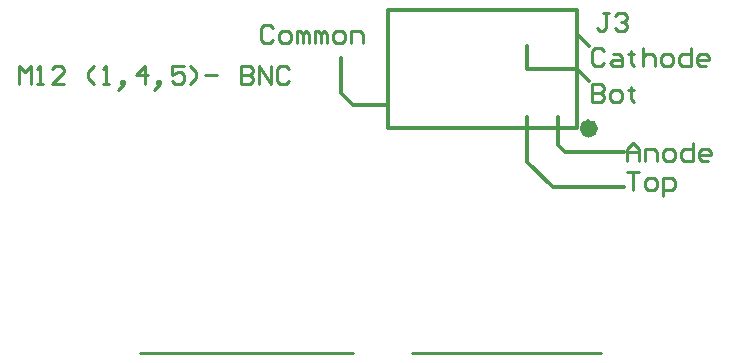
<source format=gto>
G04*
G04 #@! TF.GenerationSoftware,Altium Limited,Altium Designer,25.8.1 (18)*
G04*
G04 Layer_Color=65535*
%FSLAX44Y44*%
%MOMM*%
G71*
G04*
G04 #@! TF.SameCoordinates,C19CE461-91EB-44EE-881C-4A3BDBF79EA7*
G04*
G04*
G04 #@! TF.FilePolarity,Positive*
G04*
G01*
G75*
%ADD10C,0.8000*%
%ADD11C,0.2540*%
%ADD12C,0.3000*%
D10*
X494000Y190000D02*
G03*
X494000Y190000I-4000J0D01*
G01*
D11*
X340000Y0D02*
X500000D01*
X110000D02*
X290000D01*
X222697Y275236D02*
X220158Y277775D01*
X215079D01*
X212540Y275236D01*
Y265079D01*
X215079Y262540D01*
X220158D01*
X222697Y265079D01*
X230314Y262540D02*
X235393D01*
X237932Y265079D01*
Y270158D01*
X235393Y272697D01*
X230314D01*
X227775Y270158D01*
Y265079D01*
X230314Y262540D01*
X243010D02*
Y272697D01*
X245549D01*
X248088Y270158D01*
Y262540D01*
Y270158D01*
X250628Y272697D01*
X253167Y270158D01*
Y262540D01*
X258245D02*
Y272697D01*
X260784D01*
X263324Y270158D01*
Y262540D01*
Y270158D01*
X265863Y272697D01*
X268402Y270158D01*
Y262540D01*
X276019D02*
X281098D01*
X283637Y265079D01*
Y270158D01*
X281098Y272697D01*
X276019D01*
X273480Y270158D01*
Y265079D01*
X276019Y262540D01*
X288715D02*
Y272697D01*
X296333D01*
X298872Y270158D01*
Y262540D01*
X522540Y162540D02*
Y172697D01*
X527618Y177775D01*
X532697Y172697D01*
Y162540D01*
Y170158D01*
X522540D01*
X537775Y162540D02*
Y172697D01*
X545393D01*
X547932Y170158D01*
Y162540D01*
X555549D02*
X560628D01*
X563167Y165079D01*
Y170158D01*
X560628Y172697D01*
X555549D01*
X553010Y170158D01*
Y165079D01*
X555549Y162540D01*
X578402Y177775D02*
Y162540D01*
X570784D01*
X568245Y165079D01*
Y170158D01*
X570784Y172697D01*
X578402D01*
X591098Y162540D02*
X586020D01*
X583480Y165079D01*
Y170158D01*
X586020Y172697D01*
X591098D01*
X593637Y170158D01*
Y167618D01*
X583480D01*
X492540Y227775D02*
Y212540D01*
X500158D01*
X502697Y215079D01*
Y217618D01*
X500158Y220158D01*
X492540D01*
X500158D01*
X502697Y222697D01*
Y225236D01*
X500158Y227775D01*
X492540D01*
X510314Y212540D02*
X515393D01*
X517932Y215079D01*
Y220158D01*
X515393Y222697D01*
X510314D01*
X507775Y220158D01*
Y215079D01*
X510314Y212540D01*
X525549Y225236D02*
Y222697D01*
X523010D01*
X528088D01*
X525549D01*
Y215079D01*
X528088Y212540D01*
X502697Y255236D02*
X500158Y257775D01*
X495079D01*
X492540Y255236D01*
Y245079D01*
X495079Y242540D01*
X500158D01*
X502697Y245079D01*
X510314Y252697D02*
X515393D01*
X517932Y250158D01*
Y242540D01*
X510314D01*
X507775Y245079D01*
X510314Y247618D01*
X517932D01*
X525549Y255236D02*
Y252697D01*
X523010D01*
X528088D01*
X525549D01*
Y245079D01*
X528088Y242540D01*
X535706Y257775D02*
Y242540D01*
Y250158D01*
X538245Y252697D01*
X543324D01*
X545863Y250158D01*
Y242540D01*
X553480D02*
X558559D01*
X561098Y245079D01*
Y250158D01*
X558559Y252697D01*
X553480D01*
X550941Y250158D01*
Y245079D01*
X553480Y242540D01*
X576333Y257775D02*
Y242540D01*
X568715D01*
X566176Y245079D01*
Y250158D01*
X568715Y252697D01*
X576333D01*
X589029Y242540D02*
X583950D01*
X581411Y245079D01*
Y250158D01*
X583950Y252697D01*
X589029D01*
X591568Y250158D01*
Y247618D01*
X581411D01*
X522540Y152853D02*
X532697D01*
X527618D01*
Y137618D01*
X540314D02*
X545393D01*
X547932Y140157D01*
Y145236D01*
X545393Y147775D01*
X540314D01*
X537775Y145236D01*
Y140157D01*
X540314Y137618D01*
X553010Y132540D02*
Y147775D01*
X560628D01*
X563167Y145236D01*
Y140157D01*
X560628Y137618D01*
X553010D01*
X7540Y227618D02*
Y242853D01*
X12618Y237775D01*
X17697Y242853D01*
Y227618D01*
X22775D02*
X27853D01*
X25314D01*
Y242853D01*
X22775Y240314D01*
X45628Y227618D02*
X35471D01*
X45628Y237775D01*
Y240314D01*
X43088Y242853D01*
X38010D01*
X35471Y240314D01*
X71019Y227618D02*
X65941Y232697D01*
Y237775D01*
X71019Y242853D01*
X78637Y227618D02*
X83715D01*
X81176D01*
Y242853D01*
X78637Y240314D01*
X93872Y225079D02*
X96411Y227618D01*
Y230158D01*
X93872D01*
Y227618D01*
X96411D01*
X93872Y225079D01*
X91333Y222540D01*
X114185Y227618D02*
Y242853D01*
X106568Y235236D01*
X116725D01*
X124342Y225079D02*
X126881Y227618D01*
Y230158D01*
X124342D01*
Y227618D01*
X126881D01*
X124342Y225079D01*
X121803Y222540D01*
X147195Y242853D02*
X137038D01*
Y235236D01*
X142116Y237775D01*
X144656D01*
X147195Y235236D01*
Y230158D01*
X144656Y227618D01*
X139577D01*
X137038Y230158D01*
X152273Y227618D02*
X157352Y232697D01*
Y237775D01*
X152273Y242853D01*
X164969Y235236D02*
X175126D01*
X195439Y242853D02*
Y227618D01*
X203057D01*
X205596Y230158D01*
Y232697D01*
X203057Y235236D01*
X195439D01*
X203057D01*
X205596Y237775D01*
Y240314D01*
X203057Y242853D01*
X195439D01*
X210674Y227618D02*
Y242853D01*
X220831Y227618D01*
Y242853D01*
X236066Y240314D02*
X233527Y242853D01*
X228449D01*
X225909Y240314D01*
Y230158D01*
X228449Y227618D01*
X233527D01*
X236066Y230158D01*
X507461Y287617D02*
X502383D01*
X504922D01*
Y274922D01*
X502383Y272383D01*
X499843D01*
X497304Y274922D01*
X512539Y285078D02*
X515078Y287617D01*
X520157D01*
X522696Y285078D01*
Y282539D01*
X520157Y280000D01*
X517617D01*
X520157D01*
X522696Y277461D01*
Y274922D01*
X520157Y272383D01*
X515078D01*
X512539Y274922D01*
D12*
X438000Y258000D02*
Y260000D01*
Y198000D02*
Y200000D01*
Y162000D02*
Y198000D01*
X280000Y220000D02*
Y250000D01*
Y220000D02*
X290000Y210000D01*
X320000D01*
X480000Y270000D02*
X490000Y260000D01*
X480000Y240000D02*
X490000Y230000D01*
X438000Y240000D02*
X480000D01*
X438000D02*
Y258000D01*
X470000Y170000D02*
X520000D01*
X464000Y176000D02*
X470000Y170000D01*
X464000Y176000D02*
Y200000D01*
X460000Y140000D02*
X520000D01*
X438000Y162000D02*
X460000Y140000D01*
X480000Y190000D02*
Y290000D01*
X320000D02*
X480000D01*
X320000Y190000D02*
Y290000D01*
Y190000D02*
X480000D01*
M02*

</source>
